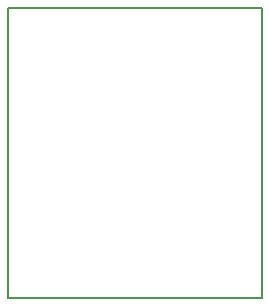
<source format=gbr>
%FSLAX34Y34*%
%MOMM*%
%LNOUTLINE*%
G71*
G01*
%ADD10C, 0.200*%
%LPD*%
G54D10*
X7500Y-12500D02*
X222500Y-12500D01*
X222500Y-257500D01*
X7500Y-257500D01*
X7500Y-12500D01*
M02*

</source>
